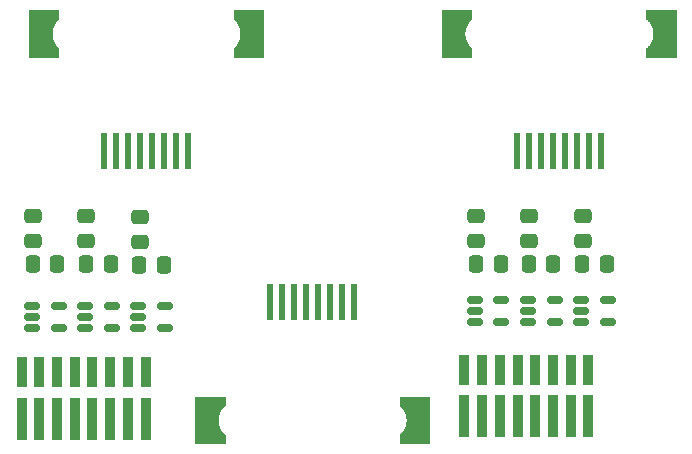
<source format=gbr>
%TF.GenerationSoftware,KiCad,Pcbnew,9.0.0*%
%TF.CreationDate,2025-04-07T00:55:53-07:00*%
%TF.ProjectId,Motor_reroute,4d6f746f-725f-4726-9572-6f7574652e6b,rev?*%
%TF.SameCoordinates,Original*%
%TF.FileFunction,Paste,Top*%
%TF.FilePolarity,Positive*%
%FSLAX46Y46*%
G04 Gerber Fmt 4.6, Leading zero omitted, Abs format (unit mm)*
G04 Created by KiCad (PCBNEW 9.0.0) date 2025-04-07 00:55:53*
%MOMM*%
%LPD*%
G01*
G04 APERTURE LIST*
G04 Aperture macros list*
%AMRoundRect*
0 Rectangle with rounded corners*
0 $1 Rounding radius*
0 $2 $3 $4 $5 $6 $7 $8 $9 X,Y pos of 4 corners*
0 Add a 4 corners polygon primitive as box body*
4,1,4,$2,$3,$4,$5,$6,$7,$8,$9,$2,$3,0*
0 Add four circle primitives for the rounded corners*
1,1,$1+$1,$2,$3*
1,1,$1+$1,$4,$5*
1,1,$1+$1,$6,$7*
1,1,$1+$1,$8,$9*
0 Add four rect primitives between the rounded corners*
20,1,$1+$1,$2,$3,$4,$5,0*
20,1,$1+$1,$4,$5,$6,$7,0*
20,1,$1+$1,$6,$7,$8,$9,0*
20,1,$1+$1,$8,$9,$2,$3,0*%
G04 Aperture macros list end*
%ADD10C,0.010000*%
%ADD11R,0.850000X2.650000*%
%ADD12R,0.850000X3.550000*%
%ADD13RoundRect,0.250000X-0.475000X0.337500X-0.475000X-0.337500X0.475000X-0.337500X0.475000X0.337500X0*%
%ADD14RoundRect,0.150000X-0.512500X-0.150000X0.512500X-0.150000X0.512500X0.150000X-0.512500X0.150000X0*%
%ADD15R,0.610000X3.050000*%
%ADD16RoundRect,0.250000X-0.337500X-0.475000X0.337500X-0.475000X0.337500X0.475000X-0.337500X0.475000X0*%
G04 APERTURE END LIST*
D10*
%TO.C,J15*%
X72180000Y-71985000D02*
X72144000Y-72016000D01*
X72108000Y-72049000D01*
X72074000Y-72082000D01*
X72040000Y-72117000D01*
X72008000Y-72152000D01*
X71976000Y-72189000D01*
X71946000Y-72226000D01*
X71917000Y-72264000D01*
X71889000Y-72303000D01*
X71862000Y-72343000D01*
X71836000Y-72383000D01*
X71811000Y-72424000D01*
X71788000Y-72466000D01*
X71766000Y-72509000D01*
X71745000Y-72552000D01*
X71725000Y-72596000D01*
X71707000Y-72640000D01*
X71690000Y-72685000D01*
X71674000Y-72731000D01*
X71659000Y-72777000D01*
X71646000Y-72823000D01*
X71635000Y-72869000D01*
X71624000Y-72916000D01*
X71615000Y-72963000D01*
X71607000Y-73011000D01*
X71601000Y-73058000D01*
X71596000Y-73106000D01*
X71593000Y-73154000D01*
X71591000Y-73202000D01*
X71590000Y-73250000D01*
X71591000Y-73298000D01*
X71593000Y-73346000D01*
X71596000Y-73394000D01*
X71601000Y-73442000D01*
X71607000Y-73489000D01*
X71615000Y-73537000D01*
X71624000Y-73584000D01*
X71635000Y-73631000D01*
X71646000Y-73677000D01*
X71659000Y-73723000D01*
X71674000Y-73769000D01*
X71690000Y-73815000D01*
X71707000Y-73860000D01*
X71725000Y-73904000D01*
X71745000Y-73948000D01*
X71766000Y-73991000D01*
X71788000Y-74034000D01*
X71811000Y-74076000D01*
X71836000Y-74117000D01*
X71862000Y-74157000D01*
X71889000Y-74197000D01*
X71917000Y-74236000D01*
X71946000Y-74274000D01*
X71976000Y-74311000D01*
X72008000Y-74348000D01*
X72040000Y-74383000D01*
X72074000Y-74418000D01*
X72108000Y-74451000D01*
X72144000Y-74484000D01*
X72180000Y-74515000D01*
X72180000Y-75200000D01*
X69680000Y-75200000D01*
X69680000Y-71300000D01*
X72180000Y-71300000D01*
X72180000Y-71985000D01*
G36*
X72180000Y-71985000D02*
G01*
X72144000Y-72016000D01*
X72108000Y-72049000D01*
X72074000Y-72082000D01*
X72040000Y-72117000D01*
X72008000Y-72152000D01*
X71976000Y-72189000D01*
X71946000Y-72226000D01*
X71917000Y-72264000D01*
X71889000Y-72303000D01*
X71862000Y-72343000D01*
X71836000Y-72383000D01*
X71811000Y-72424000D01*
X71788000Y-72466000D01*
X71766000Y-72509000D01*
X71745000Y-72552000D01*
X71725000Y-72596000D01*
X71707000Y-72640000D01*
X71690000Y-72685000D01*
X71674000Y-72731000D01*
X71659000Y-72777000D01*
X71646000Y-72823000D01*
X71635000Y-72869000D01*
X71624000Y-72916000D01*
X71615000Y-72963000D01*
X71607000Y-73011000D01*
X71601000Y-73058000D01*
X71596000Y-73106000D01*
X71593000Y-73154000D01*
X71591000Y-73202000D01*
X71590000Y-73250000D01*
X71591000Y-73298000D01*
X71593000Y-73346000D01*
X71596000Y-73394000D01*
X71601000Y-73442000D01*
X71607000Y-73489000D01*
X71615000Y-73537000D01*
X71624000Y-73584000D01*
X71635000Y-73631000D01*
X71646000Y-73677000D01*
X71659000Y-73723000D01*
X71674000Y-73769000D01*
X71690000Y-73815000D01*
X71707000Y-73860000D01*
X71725000Y-73904000D01*
X71745000Y-73948000D01*
X71766000Y-73991000D01*
X71788000Y-74034000D01*
X71811000Y-74076000D01*
X71836000Y-74117000D01*
X71862000Y-74157000D01*
X71889000Y-74197000D01*
X71917000Y-74236000D01*
X71946000Y-74274000D01*
X71976000Y-74311000D01*
X72008000Y-74348000D01*
X72040000Y-74383000D01*
X72074000Y-74418000D01*
X72108000Y-74451000D01*
X72144000Y-74484000D01*
X72180000Y-74515000D01*
X72180000Y-75200000D01*
X69680000Y-75200000D01*
X69680000Y-71300000D01*
X72180000Y-71300000D01*
X72180000Y-71985000D01*
G37*
X89500000Y-75200000D02*
X87000000Y-75200000D01*
X87000000Y-74515000D01*
X87036000Y-74484000D01*
X87072000Y-74451000D01*
X87106000Y-74418000D01*
X87140000Y-74383000D01*
X87172000Y-74348000D01*
X87204000Y-74311000D01*
X87234000Y-74274000D01*
X87263000Y-74236000D01*
X87291000Y-74197000D01*
X87318000Y-74157000D01*
X87344000Y-74117000D01*
X87369000Y-74076000D01*
X87392000Y-74034000D01*
X87414000Y-73991000D01*
X87435000Y-73948000D01*
X87455000Y-73904000D01*
X87473000Y-73860000D01*
X87490000Y-73815000D01*
X87506000Y-73769000D01*
X87521000Y-73723000D01*
X87534000Y-73677000D01*
X87545000Y-73631000D01*
X87556000Y-73584000D01*
X87565000Y-73537000D01*
X87573000Y-73489000D01*
X87579000Y-73442000D01*
X87584000Y-73394000D01*
X87587000Y-73346000D01*
X87589000Y-73298000D01*
X87590000Y-73250000D01*
X87589000Y-73202000D01*
X87587000Y-73154000D01*
X87584000Y-73106000D01*
X87579000Y-73058000D01*
X87573000Y-73011000D01*
X87565000Y-72963000D01*
X87556000Y-72916000D01*
X87545000Y-72869000D01*
X87534000Y-72823000D01*
X87521000Y-72777000D01*
X87506000Y-72731000D01*
X87490000Y-72685000D01*
X87473000Y-72640000D01*
X87455000Y-72596000D01*
X87435000Y-72552000D01*
X87414000Y-72509000D01*
X87392000Y-72466000D01*
X87369000Y-72424000D01*
X87344000Y-72383000D01*
X87318000Y-72343000D01*
X87291000Y-72303000D01*
X87263000Y-72264000D01*
X87234000Y-72226000D01*
X87204000Y-72189000D01*
X87172000Y-72152000D01*
X87140000Y-72117000D01*
X87106000Y-72082000D01*
X87072000Y-72049000D01*
X87036000Y-72016000D01*
X87000000Y-71985000D01*
X87000000Y-71300000D01*
X89500000Y-71300000D01*
X89500000Y-75200000D01*
G36*
X89500000Y-75200000D02*
G01*
X87000000Y-75200000D01*
X87000000Y-74515000D01*
X87036000Y-74484000D01*
X87072000Y-74451000D01*
X87106000Y-74418000D01*
X87140000Y-74383000D01*
X87172000Y-74348000D01*
X87204000Y-74311000D01*
X87234000Y-74274000D01*
X87263000Y-74236000D01*
X87291000Y-74197000D01*
X87318000Y-74157000D01*
X87344000Y-74117000D01*
X87369000Y-74076000D01*
X87392000Y-74034000D01*
X87414000Y-73991000D01*
X87435000Y-73948000D01*
X87455000Y-73904000D01*
X87473000Y-73860000D01*
X87490000Y-73815000D01*
X87506000Y-73769000D01*
X87521000Y-73723000D01*
X87534000Y-73677000D01*
X87545000Y-73631000D01*
X87556000Y-73584000D01*
X87565000Y-73537000D01*
X87573000Y-73489000D01*
X87579000Y-73442000D01*
X87584000Y-73394000D01*
X87587000Y-73346000D01*
X87589000Y-73298000D01*
X87590000Y-73250000D01*
X87589000Y-73202000D01*
X87587000Y-73154000D01*
X87584000Y-73106000D01*
X87579000Y-73058000D01*
X87573000Y-73011000D01*
X87565000Y-72963000D01*
X87556000Y-72916000D01*
X87545000Y-72869000D01*
X87534000Y-72823000D01*
X87521000Y-72777000D01*
X87506000Y-72731000D01*
X87490000Y-72685000D01*
X87473000Y-72640000D01*
X87455000Y-72596000D01*
X87435000Y-72552000D01*
X87414000Y-72509000D01*
X87392000Y-72466000D01*
X87369000Y-72424000D01*
X87344000Y-72383000D01*
X87318000Y-72343000D01*
X87291000Y-72303000D01*
X87263000Y-72264000D01*
X87234000Y-72226000D01*
X87204000Y-72189000D01*
X87172000Y-72152000D01*
X87140000Y-72117000D01*
X87106000Y-72082000D01*
X87072000Y-72049000D01*
X87036000Y-72016000D01*
X87000000Y-71985000D01*
X87000000Y-71300000D01*
X89500000Y-71300000D01*
X89500000Y-75200000D01*
G37*
%TO.C,J2*%
X58120000Y-39255000D02*
X58084000Y-39286000D01*
X58048000Y-39319000D01*
X58014000Y-39352000D01*
X57980000Y-39387000D01*
X57948000Y-39422000D01*
X57916000Y-39459000D01*
X57886000Y-39496000D01*
X57857000Y-39534000D01*
X57829000Y-39573000D01*
X57802000Y-39613000D01*
X57776000Y-39653000D01*
X57751000Y-39694000D01*
X57728000Y-39736000D01*
X57706000Y-39779000D01*
X57685000Y-39822000D01*
X57665000Y-39866000D01*
X57647000Y-39910000D01*
X57630000Y-39955000D01*
X57614000Y-40001000D01*
X57599000Y-40047000D01*
X57586000Y-40093000D01*
X57575000Y-40139000D01*
X57564000Y-40186000D01*
X57555000Y-40233000D01*
X57547000Y-40281000D01*
X57541000Y-40328000D01*
X57536000Y-40376000D01*
X57533000Y-40424000D01*
X57531000Y-40472000D01*
X57530000Y-40520000D01*
X57531000Y-40568000D01*
X57533000Y-40616000D01*
X57536000Y-40664000D01*
X57541000Y-40712000D01*
X57547000Y-40759000D01*
X57555000Y-40807000D01*
X57564000Y-40854000D01*
X57575000Y-40901000D01*
X57586000Y-40947000D01*
X57599000Y-40993000D01*
X57614000Y-41039000D01*
X57630000Y-41085000D01*
X57647000Y-41130000D01*
X57665000Y-41174000D01*
X57685000Y-41218000D01*
X57706000Y-41261000D01*
X57728000Y-41304000D01*
X57751000Y-41346000D01*
X57776000Y-41387000D01*
X57802000Y-41427000D01*
X57829000Y-41467000D01*
X57857000Y-41506000D01*
X57886000Y-41544000D01*
X57916000Y-41581000D01*
X57948000Y-41618000D01*
X57980000Y-41653000D01*
X58014000Y-41688000D01*
X58048000Y-41721000D01*
X58084000Y-41754000D01*
X58120000Y-41785000D01*
X58120000Y-42470000D01*
X55620000Y-42470000D01*
X55620000Y-38570000D01*
X58120000Y-38570000D01*
X58120000Y-39255000D01*
G36*
X58120000Y-39255000D02*
G01*
X58084000Y-39286000D01*
X58048000Y-39319000D01*
X58014000Y-39352000D01*
X57980000Y-39387000D01*
X57948000Y-39422000D01*
X57916000Y-39459000D01*
X57886000Y-39496000D01*
X57857000Y-39534000D01*
X57829000Y-39573000D01*
X57802000Y-39613000D01*
X57776000Y-39653000D01*
X57751000Y-39694000D01*
X57728000Y-39736000D01*
X57706000Y-39779000D01*
X57685000Y-39822000D01*
X57665000Y-39866000D01*
X57647000Y-39910000D01*
X57630000Y-39955000D01*
X57614000Y-40001000D01*
X57599000Y-40047000D01*
X57586000Y-40093000D01*
X57575000Y-40139000D01*
X57564000Y-40186000D01*
X57555000Y-40233000D01*
X57547000Y-40281000D01*
X57541000Y-40328000D01*
X57536000Y-40376000D01*
X57533000Y-40424000D01*
X57531000Y-40472000D01*
X57530000Y-40520000D01*
X57531000Y-40568000D01*
X57533000Y-40616000D01*
X57536000Y-40664000D01*
X57541000Y-40712000D01*
X57547000Y-40759000D01*
X57555000Y-40807000D01*
X57564000Y-40854000D01*
X57575000Y-40901000D01*
X57586000Y-40947000D01*
X57599000Y-40993000D01*
X57614000Y-41039000D01*
X57630000Y-41085000D01*
X57647000Y-41130000D01*
X57665000Y-41174000D01*
X57685000Y-41218000D01*
X57706000Y-41261000D01*
X57728000Y-41304000D01*
X57751000Y-41346000D01*
X57776000Y-41387000D01*
X57802000Y-41427000D01*
X57829000Y-41467000D01*
X57857000Y-41506000D01*
X57886000Y-41544000D01*
X57916000Y-41581000D01*
X57948000Y-41618000D01*
X57980000Y-41653000D01*
X58014000Y-41688000D01*
X58048000Y-41721000D01*
X58084000Y-41754000D01*
X58120000Y-41785000D01*
X58120000Y-42470000D01*
X55620000Y-42470000D01*
X55620000Y-38570000D01*
X58120000Y-38570000D01*
X58120000Y-39255000D01*
G37*
X75440000Y-42470000D02*
X72940000Y-42470000D01*
X72940000Y-41785000D01*
X72976000Y-41754000D01*
X73012000Y-41721000D01*
X73046000Y-41688000D01*
X73080000Y-41653000D01*
X73112000Y-41618000D01*
X73144000Y-41581000D01*
X73174000Y-41544000D01*
X73203000Y-41506000D01*
X73231000Y-41467000D01*
X73258000Y-41427000D01*
X73284000Y-41387000D01*
X73309000Y-41346000D01*
X73332000Y-41304000D01*
X73354000Y-41261000D01*
X73375000Y-41218000D01*
X73395000Y-41174000D01*
X73413000Y-41130000D01*
X73430000Y-41085000D01*
X73446000Y-41039000D01*
X73461000Y-40993000D01*
X73474000Y-40947000D01*
X73485000Y-40901000D01*
X73496000Y-40854000D01*
X73505000Y-40807000D01*
X73513000Y-40759000D01*
X73519000Y-40712000D01*
X73524000Y-40664000D01*
X73527000Y-40616000D01*
X73529000Y-40568000D01*
X73530000Y-40520000D01*
X73529000Y-40472000D01*
X73527000Y-40424000D01*
X73524000Y-40376000D01*
X73519000Y-40328000D01*
X73513000Y-40281000D01*
X73505000Y-40233000D01*
X73496000Y-40186000D01*
X73485000Y-40139000D01*
X73474000Y-40093000D01*
X73461000Y-40047000D01*
X73446000Y-40001000D01*
X73430000Y-39955000D01*
X73413000Y-39910000D01*
X73395000Y-39866000D01*
X73375000Y-39822000D01*
X73354000Y-39779000D01*
X73332000Y-39736000D01*
X73309000Y-39694000D01*
X73284000Y-39653000D01*
X73258000Y-39613000D01*
X73231000Y-39573000D01*
X73203000Y-39534000D01*
X73174000Y-39496000D01*
X73144000Y-39459000D01*
X73112000Y-39422000D01*
X73080000Y-39387000D01*
X73046000Y-39352000D01*
X73012000Y-39319000D01*
X72976000Y-39286000D01*
X72940000Y-39255000D01*
X72940000Y-38570000D01*
X75440000Y-38570000D01*
X75440000Y-42470000D01*
G36*
X75440000Y-42470000D02*
G01*
X72940000Y-42470000D01*
X72940000Y-41785000D01*
X72976000Y-41754000D01*
X73012000Y-41721000D01*
X73046000Y-41688000D01*
X73080000Y-41653000D01*
X73112000Y-41618000D01*
X73144000Y-41581000D01*
X73174000Y-41544000D01*
X73203000Y-41506000D01*
X73231000Y-41467000D01*
X73258000Y-41427000D01*
X73284000Y-41387000D01*
X73309000Y-41346000D01*
X73332000Y-41304000D01*
X73354000Y-41261000D01*
X73375000Y-41218000D01*
X73395000Y-41174000D01*
X73413000Y-41130000D01*
X73430000Y-41085000D01*
X73446000Y-41039000D01*
X73461000Y-40993000D01*
X73474000Y-40947000D01*
X73485000Y-40901000D01*
X73496000Y-40854000D01*
X73505000Y-40807000D01*
X73513000Y-40759000D01*
X73519000Y-40712000D01*
X73524000Y-40664000D01*
X73527000Y-40616000D01*
X73529000Y-40568000D01*
X73530000Y-40520000D01*
X73529000Y-40472000D01*
X73527000Y-40424000D01*
X73524000Y-40376000D01*
X73519000Y-40328000D01*
X73513000Y-40281000D01*
X73505000Y-40233000D01*
X73496000Y-40186000D01*
X73485000Y-40139000D01*
X73474000Y-40093000D01*
X73461000Y-40047000D01*
X73446000Y-40001000D01*
X73430000Y-39955000D01*
X73413000Y-39910000D01*
X73395000Y-39866000D01*
X73375000Y-39822000D01*
X73354000Y-39779000D01*
X73332000Y-39736000D01*
X73309000Y-39694000D01*
X73284000Y-39653000D01*
X73258000Y-39613000D01*
X73231000Y-39573000D01*
X73203000Y-39534000D01*
X73174000Y-39496000D01*
X73144000Y-39459000D01*
X73112000Y-39422000D01*
X73080000Y-39387000D01*
X73046000Y-39352000D01*
X73012000Y-39319000D01*
X72976000Y-39286000D01*
X72940000Y-39255000D01*
X72940000Y-38570000D01*
X75440000Y-38570000D01*
X75440000Y-42470000D01*
G37*
%TO.C,J14*%
X93080000Y-39255000D02*
X93044000Y-39286000D01*
X93008000Y-39319000D01*
X92974000Y-39352000D01*
X92940000Y-39387000D01*
X92908000Y-39422000D01*
X92876000Y-39459000D01*
X92846000Y-39496000D01*
X92817000Y-39534000D01*
X92789000Y-39573000D01*
X92762000Y-39613000D01*
X92736000Y-39653000D01*
X92711000Y-39694000D01*
X92688000Y-39736000D01*
X92666000Y-39779000D01*
X92645000Y-39822000D01*
X92625000Y-39866000D01*
X92607000Y-39910000D01*
X92590000Y-39955000D01*
X92574000Y-40001000D01*
X92559000Y-40047000D01*
X92546000Y-40093000D01*
X92535000Y-40139000D01*
X92524000Y-40186000D01*
X92515000Y-40233000D01*
X92507000Y-40281000D01*
X92501000Y-40328000D01*
X92496000Y-40376000D01*
X92493000Y-40424000D01*
X92491000Y-40472000D01*
X92490000Y-40520000D01*
X92491000Y-40568000D01*
X92493000Y-40616000D01*
X92496000Y-40664000D01*
X92501000Y-40712000D01*
X92507000Y-40759000D01*
X92515000Y-40807000D01*
X92524000Y-40854000D01*
X92535000Y-40901000D01*
X92546000Y-40947000D01*
X92559000Y-40993000D01*
X92574000Y-41039000D01*
X92590000Y-41085000D01*
X92607000Y-41130000D01*
X92625000Y-41174000D01*
X92645000Y-41218000D01*
X92666000Y-41261000D01*
X92688000Y-41304000D01*
X92711000Y-41346000D01*
X92736000Y-41387000D01*
X92762000Y-41427000D01*
X92789000Y-41467000D01*
X92817000Y-41506000D01*
X92846000Y-41544000D01*
X92876000Y-41581000D01*
X92908000Y-41618000D01*
X92940000Y-41653000D01*
X92974000Y-41688000D01*
X93008000Y-41721000D01*
X93044000Y-41754000D01*
X93080000Y-41785000D01*
X93080000Y-42470000D01*
X90580000Y-42470000D01*
X90580000Y-38570000D01*
X93080000Y-38570000D01*
X93080000Y-39255000D01*
G36*
X93080000Y-39255000D02*
G01*
X93044000Y-39286000D01*
X93008000Y-39319000D01*
X92974000Y-39352000D01*
X92940000Y-39387000D01*
X92908000Y-39422000D01*
X92876000Y-39459000D01*
X92846000Y-39496000D01*
X92817000Y-39534000D01*
X92789000Y-39573000D01*
X92762000Y-39613000D01*
X92736000Y-39653000D01*
X92711000Y-39694000D01*
X92688000Y-39736000D01*
X92666000Y-39779000D01*
X92645000Y-39822000D01*
X92625000Y-39866000D01*
X92607000Y-39910000D01*
X92590000Y-39955000D01*
X92574000Y-40001000D01*
X92559000Y-40047000D01*
X92546000Y-40093000D01*
X92535000Y-40139000D01*
X92524000Y-40186000D01*
X92515000Y-40233000D01*
X92507000Y-40281000D01*
X92501000Y-40328000D01*
X92496000Y-40376000D01*
X92493000Y-40424000D01*
X92491000Y-40472000D01*
X92490000Y-40520000D01*
X92491000Y-40568000D01*
X92493000Y-40616000D01*
X92496000Y-40664000D01*
X92501000Y-40712000D01*
X92507000Y-40759000D01*
X92515000Y-40807000D01*
X92524000Y-40854000D01*
X92535000Y-40901000D01*
X92546000Y-40947000D01*
X92559000Y-40993000D01*
X92574000Y-41039000D01*
X92590000Y-41085000D01*
X92607000Y-41130000D01*
X92625000Y-41174000D01*
X92645000Y-41218000D01*
X92666000Y-41261000D01*
X92688000Y-41304000D01*
X92711000Y-41346000D01*
X92736000Y-41387000D01*
X92762000Y-41427000D01*
X92789000Y-41467000D01*
X92817000Y-41506000D01*
X92846000Y-41544000D01*
X92876000Y-41581000D01*
X92908000Y-41618000D01*
X92940000Y-41653000D01*
X92974000Y-41688000D01*
X93008000Y-41721000D01*
X93044000Y-41754000D01*
X93080000Y-41785000D01*
X93080000Y-42470000D01*
X90580000Y-42470000D01*
X90580000Y-38570000D01*
X93080000Y-38570000D01*
X93080000Y-39255000D01*
G37*
X110400000Y-42470000D02*
X107900000Y-42470000D01*
X107900000Y-41785000D01*
X107936000Y-41754000D01*
X107972000Y-41721000D01*
X108006000Y-41688000D01*
X108040000Y-41653000D01*
X108072000Y-41618000D01*
X108104000Y-41581000D01*
X108134000Y-41544000D01*
X108163000Y-41506000D01*
X108191000Y-41467000D01*
X108218000Y-41427000D01*
X108244000Y-41387000D01*
X108269000Y-41346000D01*
X108292000Y-41304000D01*
X108314000Y-41261000D01*
X108335000Y-41218000D01*
X108355000Y-41174000D01*
X108373000Y-41130000D01*
X108390000Y-41085000D01*
X108406000Y-41039000D01*
X108421000Y-40993000D01*
X108434000Y-40947000D01*
X108445000Y-40901000D01*
X108456000Y-40854000D01*
X108465000Y-40807000D01*
X108473000Y-40759000D01*
X108479000Y-40712000D01*
X108484000Y-40664000D01*
X108487000Y-40616000D01*
X108489000Y-40568000D01*
X108490000Y-40520000D01*
X108489000Y-40472000D01*
X108487000Y-40424000D01*
X108484000Y-40376000D01*
X108479000Y-40328000D01*
X108473000Y-40281000D01*
X108465000Y-40233000D01*
X108456000Y-40186000D01*
X108445000Y-40139000D01*
X108434000Y-40093000D01*
X108421000Y-40047000D01*
X108406000Y-40001000D01*
X108390000Y-39955000D01*
X108373000Y-39910000D01*
X108355000Y-39866000D01*
X108335000Y-39822000D01*
X108314000Y-39779000D01*
X108292000Y-39736000D01*
X108269000Y-39694000D01*
X108244000Y-39653000D01*
X108218000Y-39613000D01*
X108191000Y-39573000D01*
X108163000Y-39534000D01*
X108134000Y-39496000D01*
X108104000Y-39459000D01*
X108072000Y-39422000D01*
X108040000Y-39387000D01*
X108006000Y-39352000D01*
X107972000Y-39319000D01*
X107936000Y-39286000D01*
X107900000Y-39255000D01*
X107900000Y-38570000D01*
X110400000Y-38570000D01*
X110400000Y-42470000D01*
G36*
X110400000Y-42470000D02*
G01*
X107900000Y-42470000D01*
X107900000Y-41785000D01*
X107936000Y-41754000D01*
X107972000Y-41721000D01*
X108006000Y-41688000D01*
X108040000Y-41653000D01*
X108072000Y-41618000D01*
X108104000Y-41581000D01*
X108134000Y-41544000D01*
X108163000Y-41506000D01*
X108191000Y-41467000D01*
X108218000Y-41427000D01*
X108244000Y-41387000D01*
X108269000Y-41346000D01*
X108292000Y-41304000D01*
X108314000Y-41261000D01*
X108335000Y-41218000D01*
X108355000Y-41174000D01*
X108373000Y-41130000D01*
X108390000Y-41085000D01*
X108406000Y-41039000D01*
X108421000Y-40993000D01*
X108434000Y-40947000D01*
X108445000Y-40901000D01*
X108456000Y-40854000D01*
X108465000Y-40807000D01*
X108473000Y-40759000D01*
X108479000Y-40712000D01*
X108484000Y-40664000D01*
X108487000Y-40616000D01*
X108489000Y-40568000D01*
X108490000Y-40520000D01*
X108489000Y-40472000D01*
X108487000Y-40424000D01*
X108484000Y-40376000D01*
X108479000Y-40328000D01*
X108473000Y-40281000D01*
X108465000Y-40233000D01*
X108456000Y-40186000D01*
X108445000Y-40139000D01*
X108434000Y-40093000D01*
X108421000Y-40047000D01*
X108406000Y-40001000D01*
X108390000Y-39955000D01*
X108373000Y-39910000D01*
X108355000Y-39866000D01*
X108335000Y-39822000D01*
X108314000Y-39779000D01*
X108292000Y-39736000D01*
X108269000Y-39694000D01*
X108244000Y-39653000D01*
X108218000Y-39613000D01*
X108191000Y-39573000D01*
X108163000Y-39534000D01*
X108134000Y-39496000D01*
X108104000Y-39459000D01*
X108072000Y-39422000D01*
X108040000Y-39387000D01*
X108006000Y-39352000D01*
X107972000Y-39319000D01*
X107936000Y-39286000D01*
X107900000Y-39255000D01*
X107900000Y-38570000D01*
X110400000Y-38570000D01*
X110400000Y-42470000D01*
G37*
%TD*%
D11*
%TO.C,J17*%
X54990000Y-69220000D03*
D12*
X54990000Y-73120000D03*
D11*
X56490000Y-69220000D03*
D12*
X56490000Y-73120000D03*
D11*
X57990000Y-69220000D03*
D12*
X57990000Y-73120000D03*
D11*
X59490000Y-69220000D03*
D12*
X59490000Y-73120000D03*
D11*
X60990000Y-69220000D03*
D12*
X60990000Y-73120000D03*
D11*
X62490000Y-69220000D03*
D12*
X62490000Y-73120000D03*
D11*
X63990000Y-69220000D03*
D12*
X63990000Y-73120000D03*
D11*
X65490000Y-69220000D03*
D12*
X65490000Y-73120000D03*
%TD*%
D13*
%TO.C,R1*%
X64990000Y-56082500D03*
X64990000Y-58157500D03*
%TD*%
D14*
%TO.C,U1*%
X64852500Y-63570000D03*
X64852500Y-64520000D03*
X64852500Y-65470000D03*
X67127500Y-65470000D03*
X67127500Y-63570000D03*
%TD*%
%TO.C,U5*%
X97852500Y-63070000D03*
X97852500Y-64020000D03*
X97852500Y-64970000D03*
X100127500Y-64970000D03*
X100127500Y-63070000D03*
%TD*%
D13*
%TO.C,R4*%
X93490000Y-55982500D03*
X93490000Y-58057500D03*
%TD*%
%TO.C,R5*%
X97990000Y-55982500D03*
X97990000Y-58057500D03*
%TD*%
D15*
%TO.C,J15*%
X83160000Y-63270000D03*
X82140000Y-63270000D03*
X81120000Y-63270000D03*
X80100000Y-63270000D03*
X79080000Y-63270000D03*
X78060000Y-63270000D03*
X77040000Y-63270000D03*
X76020000Y-63270000D03*
%TD*%
D14*
%TO.C,U2*%
X60352500Y-63570000D03*
X60352500Y-64520000D03*
X60352500Y-65470000D03*
X62627500Y-65470000D03*
X62627500Y-63570000D03*
%TD*%
D15*
%TO.C,J2*%
X61960000Y-50500000D03*
X62980000Y-50500000D03*
X64000000Y-50500000D03*
X65020000Y-50500000D03*
X66040000Y-50500000D03*
X67060000Y-50500000D03*
X68080000Y-50500000D03*
X69100000Y-50500000D03*
%TD*%
D11*
%TO.C,J18*%
X92490000Y-69020000D03*
D12*
X92490000Y-72920000D03*
D11*
X93990000Y-69020000D03*
D12*
X93990000Y-72920000D03*
D11*
X95490000Y-69020000D03*
D12*
X95490000Y-72920000D03*
D11*
X96990000Y-69020000D03*
D12*
X96990000Y-72920000D03*
D11*
X98490000Y-69020000D03*
D12*
X98490000Y-72920000D03*
D11*
X99990000Y-69020000D03*
D12*
X99990000Y-72920000D03*
D11*
X101490000Y-69020000D03*
D12*
X101490000Y-72920000D03*
D11*
X102990000Y-69020000D03*
D12*
X102990000Y-72920000D03*
%TD*%
D16*
%TO.C,C4*%
X93490000Y-60020000D03*
X95565000Y-60020000D03*
%TD*%
D13*
%TO.C,R3*%
X55990000Y-55982500D03*
X55990000Y-58057500D03*
%TD*%
D16*
%TO.C,C6*%
X102452500Y-60020000D03*
X104527500Y-60020000D03*
%TD*%
D15*
%TO.C,J14*%
X96920000Y-50500000D03*
X97940000Y-50500000D03*
X98960000Y-50500000D03*
X99980000Y-50500000D03*
X101000000Y-50500000D03*
X102020000Y-50500000D03*
X103040000Y-50500000D03*
X104060000Y-50500000D03*
%TD*%
D16*
%TO.C,C3*%
X55952500Y-60020000D03*
X58027500Y-60020000D03*
%TD*%
D13*
%TO.C,R2*%
X60490000Y-55982500D03*
X60490000Y-58057500D03*
%TD*%
D16*
%TO.C,C2*%
X60452500Y-60020000D03*
X62527500Y-60020000D03*
%TD*%
%TO.C,C5*%
X97952500Y-60020000D03*
X100027500Y-60020000D03*
%TD*%
D14*
%TO.C,U6*%
X93352500Y-63070000D03*
X93352500Y-64020000D03*
X93352500Y-64970000D03*
X95627500Y-64970000D03*
X95627500Y-63070000D03*
%TD*%
%TO.C,U3*%
X55852500Y-63570000D03*
X55852500Y-64520000D03*
X55852500Y-65470000D03*
X58127500Y-65470000D03*
X58127500Y-63570000D03*
%TD*%
D16*
%TO.C,C1*%
X64952500Y-60120000D03*
X67027500Y-60120000D03*
%TD*%
D13*
%TO.C,R6*%
X102490000Y-55982500D03*
X102490000Y-58057500D03*
%TD*%
D14*
%TO.C,U4*%
X102352500Y-63070000D03*
X102352500Y-64020000D03*
X102352500Y-64970000D03*
X104627500Y-64970000D03*
X104627500Y-63070000D03*
%TD*%
M02*

</source>
